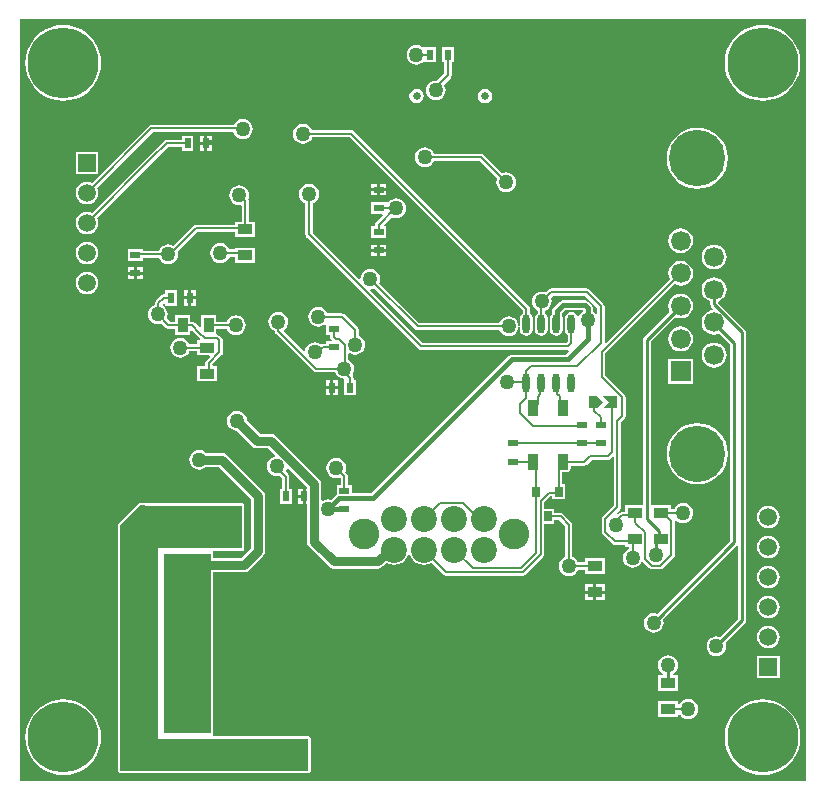
<source format=gbr>
%TF.GenerationSoftware,Altium Limited,Altium Designer,20.2.5 (213)*%
G04 Layer_Physical_Order=2*
G04 Layer_Color=16711680*
%FSLAX44Y44*%
%MOMM*%
%TF.SameCoordinates,3FE501F2-1E46-4B48-ABA6-5278C61F2325*%
%TF.FilePolarity,Positive*%
%TF.FileFunction,Copper,L2,Bot,Signal*%
%TF.Part,Single*%
G01*
G75*
%TA.AperFunction,SMDPad,CuDef*%
%ADD15R,0.6000X0.9000*%
%ADD18O,0.6500X1.6000*%
G04:AMPARAMS|DCode=19|XSize=1.35mm|YSize=0.9mm|CornerRadius=0.09mm|HoleSize=0mm|Usage=FLASHONLY|Rotation=270.000|XOffset=0mm|YOffset=0mm|HoleType=Round|Shape=RoundedRectangle|*
%AMROUNDEDRECTD19*
21,1,1.3500,0.7200,0,0,270.0*
21,1,1.1700,0.9000,0,0,270.0*
1,1,0.1800,-0.3600,-0.5850*
1,1,0.1800,-0.3600,0.5850*
1,1,0.1800,0.3600,0.5850*
1,1,0.1800,0.3600,-0.5850*
%
%ADD19ROUNDEDRECTD19*%
%ADD20R,0.9000X0.6000*%
%ADD21R,0.7000X0.9000*%
%ADD22R,0.1000X0.1000*%
%ADD23R,1.3000X0.9000*%
%ADD31R,2.5000X2.3000*%
%ADD32R,1.1000X1.7000*%
%TA.AperFunction,Conductor*%
%ADD38C,0.2000*%
%ADD39C,0.4000*%
%ADD40C,0.8000*%
%ADD42C,0.2540*%
%TA.AperFunction,ComponentPad*%
%ADD49C,0.6500*%
%ADD50C,1.5000*%
%ADD51R,1.5000X1.5000*%
%ADD52C,2.6000*%
%ADD53C,2.2000*%
%ADD54R,1.6900X1.6900*%
%ADD55C,1.6900*%
%ADD56C,4.7600*%
%TA.AperFunction,ViaPad*%
%ADD57C,6.0000*%
%ADD58C,1.2700*%
%ADD59C,0.8000*%
%TA.AperFunction,SMDPad,CuDef*%
%ADD60R,0.9000X1.3000*%
%TA.AperFunction,Conductor*%
%ADD61R,15.9500X2.7000*%
%ADD62R,8.1750X3.6750*%
G36*
X668941Y3059D02*
X3059D01*
X3059Y647941D01*
X668941D01*
Y3059D01*
D02*
G37*
%LPC*%
G36*
X339000Y626422D02*
X336820Y626135D01*
X334789Y625294D01*
X333045Y623955D01*
X331706Y622211D01*
X330865Y620180D01*
X330578Y618000D01*
X330865Y615820D01*
X331706Y613789D01*
X333045Y612045D01*
X334789Y610706D01*
X336820Y609865D01*
X339000Y609578D01*
X341180Y609865D01*
X343211Y610706D01*
X344006Y611316D01*
X345200Y611500D01*
X345200Y611500D01*
X345200Y611500D01*
X355200D01*
Y624500D01*
X345200D01*
X345200Y624500D01*
Y624500D01*
X344006Y624684D01*
X343211Y625294D01*
X341180Y626135D01*
X339000Y626422D01*
D02*
G37*
G36*
X370800Y624500D02*
X360800D01*
Y611500D01*
X362741D01*
Y602067D01*
X356590Y595915D01*
X355400Y596072D01*
X353220Y595785D01*
X351189Y594944D01*
X349445Y593605D01*
X348106Y591861D01*
X347265Y589830D01*
X346978Y587650D01*
X347265Y585470D01*
X348106Y583439D01*
X349445Y581695D01*
X351189Y580356D01*
X353220Y579515D01*
X355400Y579228D01*
X357580Y579515D01*
X359611Y580356D01*
X361355Y581695D01*
X362694Y583439D01*
X363535Y585470D01*
X363822Y587650D01*
X363535Y589830D01*
X362694Y591861D01*
X362039Y592714D01*
X367963Y598637D01*
X367963Y598637D01*
X368626Y599629D01*
X368859Y600800D01*
Y611500D01*
X370800D01*
Y624500D01*
D02*
G37*
G36*
X632000Y643099D02*
X626979Y642704D01*
X622081Y641528D01*
X617427Y639600D01*
X613133Y636969D01*
X609303Y633697D01*
X606031Y629867D01*
X603400Y625573D01*
X601472Y620919D01*
X600296Y616021D01*
X599901Y611000D01*
X600296Y605979D01*
X601472Y601081D01*
X603400Y596427D01*
X606031Y592133D01*
X609303Y588303D01*
X613133Y585031D01*
X617427Y582400D01*
X622081Y580472D01*
X626979Y579296D01*
X632000Y578901D01*
X637021Y579296D01*
X641919Y580472D01*
X646573Y582400D01*
X650867Y585031D01*
X654697Y588303D01*
X657969Y592133D01*
X660600Y596427D01*
X662528Y601081D01*
X663704Y605979D01*
X664099Y611000D01*
X663704Y616021D01*
X662528Y620919D01*
X660600Y625573D01*
X657969Y629867D01*
X654697Y633697D01*
X650867Y636969D01*
X646573Y639600D01*
X641919Y641528D01*
X637021Y642704D01*
X632000Y643099D01*
D02*
G37*
G36*
X40000D02*
X34979Y642704D01*
X30081Y641528D01*
X25427Y639600D01*
X21133Y636969D01*
X17303Y633697D01*
X14031Y629867D01*
X11400Y625573D01*
X9472Y620919D01*
X8296Y616021D01*
X7901Y611000D01*
X8296Y605979D01*
X9472Y601081D01*
X11400Y596427D01*
X14031Y592133D01*
X17303Y588303D01*
X21133Y585031D01*
X25427Y582400D01*
X30081Y580472D01*
X34979Y579296D01*
X40000Y578901D01*
X45021Y579296D01*
X49919Y580472D01*
X54573Y582400D01*
X58867Y585031D01*
X62697Y588303D01*
X65968Y592133D01*
X68600Y596427D01*
X70528Y601081D01*
X71704Y605979D01*
X72099Y611000D01*
X71704Y616021D01*
X70528Y620919D01*
X68600Y625573D01*
X65968Y629867D01*
X62697Y633697D01*
X58867Y636969D01*
X54573Y639600D01*
X49919Y641528D01*
X45021Y642704D01*
X40000Y643099D01*
D02*
G37*
G36*
X397000Y589118D02*
X394659Y588652D01*
X392674Y587326D01*
X391348Y585341D01*
X390882Y583000D01*
X391348Y580659D01*
X392674Y578674D01*
X394659Y577348D01*
X397000Y576883D01*
X399341Y577348D01*
X401326Y578674D01*
X402652Y580659D01*
X403117Y583000D01*
X402652Y585341D01*
X401326Y587326D01*
X399341Y588652D01*
X397000Y589118D01*
D02*
G37*
G36*
X339200D02*
X336859Y588652D01*
X334874Y587326D01*
X333548Y585341D01*
X333083Y583000D01*
X333548Y580659D01*
X334874Y578674D01*
X336859Y577348D01*
X339200Y576883D01*
X341541Y577348D01*
X343526Y578674D01*
X344852Y580659D01*
X345317Y583000D01*
X344852Y585341D01*
X343526Y587326D01*
X341541Y588652D01*
X339200Y589118D01*
D02*
G37*
G36*
X192000Y563524D02*
X189820Y563237D01*
X187789Y562396D01*
X186045Y561057D01*
X184706Y559313D01*
X184436Y558660D01*
X114601D01*
X113431Y558427D01*
X112438Y557764D01*
X112438Y557764D01*
X64212Y509538D01*
X62480Y510255D01*
X60000Y510582D01*
X57520Y510255D01*
X55209Y509298D01*
X53225Y507775D01*
X51702Y505791D01*
X50745Y503480D01*
X50418Y501000D01*
X50745Y498520D01*
X51702Y496209D01*
X53225Y494225D01*
X55209Y492702D01*
X57520Y491744D01*
X60000Y491418D01*
X62480Y491744D01*
X64791Y492702D01*
X66775Y494225D01*
X68298Y496209D01*
X69255Y498520D01*
X69582Y501000D01*
X69255Y503480D01*
X68538Y505212D01*
X115868Y552543D01*
X184022D01*
X184706Y550891D01*
X186045Y549147D01*
X187789Y547808D01*
X189820Y546967D01*
X192000Y546680D01*
X194180Y546967D01*
X196211Y547808D01*
X197955Y549147D01*
X199294Y550891D01*
X200135Y552922D01*
X200422Y555102D01*
X200135Y557282D01*
X199294Y559313D01*
X197955Y561057D01*
X196211Y562396D01*
X194180Y563237D01*
X192000Y563524D01*
D02*
G37*
G36*
X165800Y549500D02*
X162070D01*
Y544270D01*
X165800D01*
Y549500D01*
D02*
G37*
G36*
X159530D02*
X155800D01*
Y544270D01*
X159530D01*
Y549500D01*
D02*
G37*
G36*
X165800Y541730D02*
X162070D01*
Y536500D01*
X165800D01*
Y541730D01*
D02*
G37*
G36*
X159530D02*
X155800D01*
Y536500D01*
X159530D01*
Y541730D01*
D02*
G37*
G36*
X150200Y549500D02*
X140200D01*
Y546059D01*
X127400D01*
X126229Y545826D01*
X125237Y545163D01*
X112438Y532364D01*
X112438Y532364D01*
X112438Y532364D01*
X64212Y484138D01*
X62480Y484855D01*
X60000Y485182D01*
X57520Y484855D01*
X55209Y483898D01*
X53225Y482375D01*
X51702Y480391D01*
X50745Y478080D01*
X50418Y475600D01*
X50745Y473120D01*
X51702Y470809D01*
X53225Y468825D01*
X55209Y467302D01*
X57520Y466344D01*
X60000Y466018D01*
X62480Y466344D01*
X64791Y467302D01*
X66775Y468825D01*
X68298Y470809D01*
X69255Y473120D01*
X69582Y475600D01*
X69255Y478080D01*
X68538Y479812D01*
X116764Y528038D01*
X116764Y528038D01*
X128667Y539941D01*
X140200D01*
Y536500D01*
X150200D01*
Y549500D01*
D02*
G37*
G36*
X69500Y535900D02*
X50500D01*
Y516900D01*
X69500D01*
Y535900D01*
D02*
G37*
G36*
X313500Y508800D02*
X308270D01*
Y505070D01*
X313500D01*
Y508800D01*
D02*
G37*
G36*
X305730D02*
X300500D01*
Y505070D01*
X305730D01*
Y508800D01*
D02*
G37*
G36*
X576800Y556025D02*
X571742Y555527D01*
X566879Y554051D01*
X562397Y551656D01*
X558468Y548432D01*
X555244Y544503D01*
X552849Y540021D01*
X551373Y535158D01*
X550875Y530100D01*
X551373Y525042D01*
X552849Y520179D01*
X555244Y515697D01*
X558468Y511768D01*
X562397Y508544D01*
X566879Y506148D01*
X571742Y504673D01*
X576800Y504175D01*
X581858Y504673D01*
X586721Y506148D01*
X591203Y508544D01*
X595132Y511768D01*
X598356Y515697D01*
X600751Y520179D01*
X602227Y525042D01*
X602725Y530100D01*
X602227Y535158D01*
X600751Y540021D01*
X598356Y544503D01*
X595132Y548432D01*
X591203Y551656D01*
X586721Y554051D01*
X581858Y555527D01*
X576800Y556025D01*
D02*
G37*
G36*
X346000Y539422D02*
X343820Y539135D01*
X341789Y538294D01*
X340045Y536955D01*
X338706Y535211D01*
X337865Y533180D01*
X337578Y531000D01*
X337865Y528820D01*
X338706Y526789D01*
X340045Y525045D01*
X341789Y523706D01*
X343820Y522865D01*
X346000Y522578D01*
X348180Y522865D01*
X350211Y523706D01*
X351955Y525045D01*
X353294Y526789D01*
X353771Y527941D01*
X392733D01*
X407342Y513332D01*
X406865Y512180D01*
X406578Y510000D01*
X406865Y507820D01*
X407706Y505789D01*
X409045Y504045D01*
X410789Y502706D01*
X412820Y501865D01*
X415000Y501578D01*
X417180Y501865D01*
X419211Y502706D01*
X420955Y504045D01*
X422294Y505789D01*
X423135Y507820D01*
X423422Y510000D01*
X423135Y512180D01*
X422294Y514211D01*
X420955Y515955D01*
X419211Y517294D01*
X417180Y518135D01*
X415000Y518422D01*
X412820Y518135D01*
X411668Y517658D01*
X396163Y533163D01*
X395171Y533826D01*
X394000Y534059D01*
X394000Y534059D01*
X353771D01*
X353294Y535211D01*
X351955Y536955D01*
X350211Y538294D01*
X348180Y539135D01*
X346000Y539422D01*
D02*
G37*
G36*
X313500Y502530D02*
X308270D01*
Y498800D01*
X313500D01*
Y502530D01*
D02*
G37*
G36*
X305730D02*
X300500D01*
Y498800D01*
X305730D01*
Y502530D01*
D02*
G37*
G36*
X322000Y496422D02*
X319820Y496135D01*
X317789Y495294D01*
X316045Y493955D01*
X314770Y492294D01*
X314634Y492289D01*
X313500Y492982D01*
Y493200D01*
X300500D01*
Y483200D01*
X310215D01*
X310701Y482027D01*
X304837Y476163D01*
X304174Y475171D01*
X303941Y474000D01*
X303941Y474000D01*
Y472800D01*
X300500D01*
Y462800D01*
X313500D01*
Y472800D01*
X311785D01*
X311299Y473973D01*
X317961Y480635D01*
X319820Y479865D01*
X322000Y479578D01*
X324180Y479865D01*
X326211Y480706D01*
X327955Y482045D01*
X329294Y483789D01*
X330135Y485820D01*
X330422Y488000D01*
X330135Y490180D01*
X329294Y492211D01*
X327955Y493955D01*
X326211Y495294D01*
X324180Y496135D01*
X322000Y496422D01*
D02*
G37*
G36*
X189000Y507422D02*
X186820Y507135D01*
X184789Y506294D01*
X183045Y504955D01*
X181706Y503211D01*
X180865Y501180D01*
X180578Y499000D01*
X180865Y496820D01*
X181706Y494789D01*
X183045Y493045D01*
X184789Y491706D01*
X186820Y490865D01*
X189000Y490578D01*
X189986Y490708D01*
X190941Y489870D01*
Y476500D01*
X185500D01*
Y474059D01*
X152000D01*
X150829Y473826D01*
X149837Y473163D01*
X133039Y456365D01*
X131180Y457135D01*
X129000Y457422D01*
X126820Y457135D01*
X124789Y456294D01*
X123045Y454955D01*
X121706Y453211D01*
X121229Y452059D01*
X107500D01*
Y453600D01*
X94500D01*
Y443600D01*
X107500D01*
Y445941D01*
X121229D01*
X121706Y444789D01*
X123045Y443045D01*
X124789Y441706D01*
X126820Y440865D01*
X129000Y440578D01*
X131180Y440865D01*
X133211Y441706D01*
X134955Y443045D01*
X136294Y444789D01*
X137135Y446820D01*
X137422Y449000D01*
X137135Y451180D01*
X136951Y451625D01*
X153267Y467941D01*
X185500D01*
Y463500D01*
X202500D01*
Y476500D01*
X197059D01*
Y494000D01*
X196826Y495171D01*
X196595Y495516D01*
X197135Y496820D01*
X197422Y499000D01*
X197135Y501180D01*
X196294Y503211D01*
X194955Y504955D01*
X193211Y506294D01*
X191180Y507135D01*
X189000Y507422D01*
D02*
G37*
G36*
X313500Y457200D02*
X308270D01*
Y453470D01*
X313500D01*
Y457200D01*
D02*
G37*
G36*
X305730D02*
X300500D01*
Y453470D01*
X305730D01*
Y457200D01*
D02*
G37*
G36*
X562600Y471090D02*
X559872Y470731D01*
X557330Y469678D01*
X555147Y468003D01*
X553472Y465820D01*
X552419Y463278D01*
X552060Y460550D01*
X552419Y457822D01*
X553472Y455280D01*
X555147Y453097D01*
X557330Y451422D01*
X559872Y450369D01*
X562600Y450010D01*
X565328Y450369D01*
X567870Y451422D01*
X570053Y453097D01*
X571728Y455280D01*
X572781Y457822D01*
X573140Y460550D01*
X572781Y463278D01*
X571728Y465820D01*
X570053Y468003D01*
X567870Y469678D01*
X565328Y470731D01*
X562600Y471090D01*
D02*
G37*
G36*
X313500Y450930D02*
X308270D01*
Y447200D01*
X313500D01*
Y450930D01*
D02*
G37*
G36*
X305730D02*
X300500D01*
Y447200D01*
X305730D01*
Y450930D01*
D02*
G37*
G36*
X173000Y458422D02*
X170820Y458135D01*
X168789Y457294D01*
X167045Y455955D01*
X165706Y454211D01*
X164865Y452180D01*
X164578Y450000D01*
X164865Y447820D01*
X165706Y445789D01*
X167045Y444045D01*
X168789Y442706D01*
X170820Y441865D01*
X173000Y441578D01*
X175180Y441865D01*
X177211Y442706D01*
X178955Y444045D01*
X180294Y445789D01*
X180771Y446941D01*
X185500D01*
Y441500D01*
X202500D01*
Y454500D01*
X185500D01*
Y453059D01*
X180771D01*
X180294Y454211D01*
X178955Y455955D01*
X177211Y457294D01*
X175180Y458135D01*
X173000Y458422D01*
D02*
G37*
G36*
X60000Y459782D02*
X57520Y459455D01*
X55209Y458498D01*
X53225Y456975D01*
X51702Y454991D01*
X50745Y452680D01*
X50418Y450200D01*
X50745Y447720D01*
X51702Y445409D01*
X53225Y443424D01*
X55209Y441902D01*
X57520Y440945D01*
X60000Y440618D01*
X62480Y440945D01*
X64791Y441902D01*
X66775Y443424D01*
X68298Y445409D01*
X69255Y447720D01*
X69582Y450200D01*
X69255Y452680D01*
X68298Y454991D01*
X66775Y456975D01*
X64791Y458498D01*
X62480Y459455D01*
X60000Y459782D01*
D02*
G37*
G36*
X591000Y457240D02*
X588272Y456881D01*
X585730Y455828D01*
X583547Y454153D01*
X581872Y451970D01*
X580819Y449428D01*
X580460Y446700D01*
X580819Y443972D01*
X581872Y441430D01*
X583547Y439247D01*
X585730Y437572D01*
X588272Y436519D01*
X591000Y436160D01*
X593728Y436519D01*
X596270Y437572D01*
X598453Y439247D01*
X600128Y441430D01*
X601181Y443972D01*
X601540Y446700D01*
X601181Y449428D01*
X600128Y451970D01*
X598453Y454153D01*
X596270Y455828D01*
X593728Y456881D01*
X591000Y457240D01*
D02*
G37*
G36*
X107500Y438000D02*
X102270D01*
Y434270D01*
X107500D01*
Y438000D01*
D02*
G37*
G36*
X99730D02*
X94500D01*
Y434270D01*
X99730D01*
Y438000D01*
D02*
G37*
G36*
X107500Y431730D02*
X102270D01*
Y428000D01*
X107500D01*
Y431730D01*
D02*
G37*
G36*
X99730D02*
X94500D01*
Y428000D01*
X99730D01*
Y431730D01*
D02*
G37*
G36*
X60000Y434382D02*
X57520Y434055D01*
X55209Y433098D01*
X53225Y431575D01*
X51702Y429591D01*
X50745Y427280D01*
X50418Y424800D01*
X50745Y422320D01*
X51702Y420009D01*
X53225Y418024D01*
X55209Y416502D01*
X57520Y415545D01*
X60000Y415218D01*
X62480Y415545D01*
X64791Y416502D01*
X66775Y418024D01*
X68298Y420009D01*
X69255Y422320D01*
X69582Y424800D01*
X69255Y427280D01*
X68298Y429591D01*
X66775Y431575D01*
X64791Y433098D01*
X62480Y434055D01*
X60000Y434382D01*
D02*
G37*
G36*
X152000Y418500D02*
X148270D01*
Y413270D01*
X152000D01*
Y418500D01*
D02*
G37*
G36*
X145730D02*
X142000D01*
Y413270D01*
X145730D01*
Y418500D01*
D02*
G37*
G36*
X152000Y410730D02*
X148270D01*
Y405500D01*
X152000D01*
Y410730D01*
D02*
G37*
G36*
X145730D02*
X142000D01*
Y405500D01*
X145730D01*
Y410730D01*
D02*
G37*
G36*
X136400Y418500D02*
X126400D01*
Y415059D01*
X125000D01*
X123829Y414826D01*
X122837Y414163D01*
X122837Y414163D01*
X118187Y409513D01*
X117524Y408521D01*
X117291Y407350D01*
X117291Y407350D01*
Y405916D01*
X115789Y405294D01*
X114045Y403955D01*
X112706Y402211D01*
X111865Y400180D01*
X111578Y398000D01*
X111865Y395820D01*
X112706Y393789D01*
X114045Y392045D01*
X115789Y390706D01*
X117820Y389865D01*
X120000Y389578D01*
X122180Y389865D01*
X123332Y390342D01*
X126837Y386837D01*
X126837Y386837D01*
X127829Y386174D01*
X129000Y385941D01*
X134500D01*
Y380500D01*
X147500D01*
Y384378D01*
X148770Y384904D01*
X152755Y380920D01*
X153121Y380371D01*
X155819Y377673D01*
X155333Y376500D01*
X153500D01*
Y373059D01*
X146771D01*
X146294Y374211D01*
X144955Y375955D01*
X143211Y377294D01*
X141180Y378135D01*
X139000Y378422D01*
X136820Y378135D01*
X134789Y377294D01*
X133045Y375955D01*
X131706Y374211D01*
X130865Y372180D01*
X130578Y370000D01*
X130865Y367820D01*
X131706Y365789D01*
X133045Y364045D01*
X134789Y362706D01*
X136820Y361865D01*
X139000Y361578D01*
X141180Y361865D01*
X143211Y362706D01*
X144955Y364045D01*
X146294Y365789D01*
X146771Y366941D01*
X153500D01*
Y363500D01*
X163697D01*
X164183Y362327D01*
X160837Y358981D01*
X160174Y357989D01*
X159941Y356818D01*
X159941Y356818D01*
Y354500D01*
X153500D01*
Y341500D01*
X170500D01*
Y354500D01*
X166588D01*
X166278Y355770D01*
X174163Y363655D01*
X174163Y363655D01*
X174826Y364647D01*
X175059Y365818D01*
X175059Y365818D01*
Y376000D01*
X174826Y377170D01*
X174163Y378163D01*
X172163Y380163D01*
X171171Y380826D01*
X170000Y381059D01*
X169500Y382136D01*
Y385941D01*
X178229D01*
X178706Y384789D01*
X180045Y383045D01*
X181789Y381706D01*
X183820Y380865D01*
X186000Y380578D01*
X188180Y380865D01*
X190211Y381706D01*
X191955Y383045D01*
X193294Y384789D01*
X194135Y386820D01*
X194422Y389000D01*
X194135Y391180D01*
X193294Y393211D01*
X191955Y394955D01*
X190211Y396294D01*
X188180Y397135D01*
X186000Y397422D01*
X183820Y397135D01*
X181789Y396294D01*
X180045Y394955D01*
X178706Y393211D01*
X178229Y392059D01*
X169500D01*
Y397500D01*
X156500D01*
Y387485D01*
X155327Y386999D01*
X151163Y391163D01*
X150170Y391826D01*
X149000Y392059D01*
X149000Y392059D01*
X147500D01*
Y397500D01*
X134500D01*
Y392059D01*
X130267D01*
X127658Y394668D01*
X128135Y395820D01*
X128422Y398000D01*
X128135Y400180D01*
X127294Y402211D01*
X125955Y403955D01*
X124327Y405205D01*
X124198Y405419D01*
X124058Y406732D01*
X125130Y407804D01*
X126400Y407278D01*
Y405500D01*
X136400D01*
Y418500D01*
D02*
G37*
G36*
X243000Y559422D02*
X240820Y559135D01*
X238789Y558294D01*
X237045Y556955D01*
X235706Y555211D01*
X234865Y553180D01*
X234578Y551000D01*
X234865Y548820D01*
X235706Y546789D01*
X237045Y545045D01*
X238789Y543706D01*
X240820Y542865D01*
X243000Y542578D01*
X245180Y542865D01*
X247211Y543706D01*
X248955Y545045D01*
X250294Y546789D01*
X250771Y547941D01*
X282733D01*
X428943Y401731D01*
Y399026D01*
X428217Y398541D01*
X427056Y396805D01*
X426649Y394756D01*
Y388412D01*
X425379Y388329D01*
X425305Y388885D01*
X425135Y390180D01*
X424294Y392211D01*
X422955Y393955D01*
X421211Y395294D01*
X419180Y396135D01*
X417000Y396422D01*
X414820Y396135D01*
X412789Y395294D01*
X411045Y393955D01*
X409706Y392211D01*
X409229Y391059D01*
X341267D01*
X307658Y424668D01*
X308135Y425820D01*
X308422Y428000D01*
X308135Y430180D01*
X307294Y432211D01*
X305955Y433955D01*
X304211Y435294D01*
X302180Y436135D01*
X300000Y436422D01*
X297820Y436135D01*
X295789Y435294D01*
X294045Y433955D01*
X292706Y432211D01*
X291865Y430180D01*
X291641Y428481D01*
X290377Y427949D01*
X251059Y467267D01*
Y492229D01*
X252211Y492706D01*
X253955Y494045D01*
X255294Y495789D01*
X256135Y497820D01*
X256422Y500000D01*
X256135Y502180D01*
X255294Y504211D01*
X253955Y505955D01*
X252211Y507294D01*
X250180Y508135D01*
X248000Y508422D01*
X245820Y508135D01*
X243789Y507294D01*
X242045Y505955D01*
X240706Y504211D01*
X239865Y502180D01*
X239578Y500000D01*
X239865Y497820D01*
X240706Y495789D01*
X242045Y494045D01*
X243789Y492706D01*
X244941Y492229D01*
Y466000D01*
X244941Y466000D01*
X245174Y464829D01*
X245837Y463837D01*
X340837Y368837D01*
X340837Y368837D01*
X341829Y368174D01*
X343000Y367941D01*
X343000Y367941D01*
X467000D01*
X467000Y367941D01*
X467471Y368035D01*
X468097Y366865D01*
X465311Y364078D01*
X420000D01*
X420000Y364078D01*
X418439Y363768D01*
X417116Y362884D01*
X417116Y362884D01*
X300861Y246628D01*
X284500D01*
Y253800D01*
X281059D01*
Y261000D01*
X281059Y261000D01*
X280826Y262171D01*
X280163Y263163D01*
X280163Y263163D01*
X278658Y264668D01*
X279135Y265820D01*
X279422Y268000D01*
X279135Y270180D01*
X278294Y272211D01*
X276955Y273955D01*
X275211Y275294D01*
X273180Y276135D01*
X271000Y276422D01*
X268820Y276135D01*
X266789Y275294D01*
X265045Y273955D01*
X263706Y272211D01*
X262865Y270180D01*
X262578Y268000D01*
X262865Y265820D01*
X263706Y263789D01*
X265045Y262045D01*
X266789Y260706D01*
X268820Y259865D01*
X271000Y259578D01*
X273180Y259865D01*
X273839Y260138D01*
X274941Y259292D01*
Y253800D01*
X271500D01*
Y245991D01*
X270666Y245434D01*
X266312Y241080D01*
X266180Y241135D01*
X264000Y241422D01*
X261820Y241135D01*
X259789Y240294D01*
X259657Y240192D01*
X258517Y240754D01*
Y254600D01*
X258052Y256941D01*
X256726Y258926D01*
X220326Y295326D01*
X218341Y296652D01*
X216000Y297118D01*
X206534D01*
X195387Y308264D01*
X195135Y310180D01*
X194294Y312211D01*
X192955Y313955D01*
X191211Y315294D01*
X189180Y316135D01*
X187000Y316422D01*
X184820Y316135D01*
X182789Y315294D01*
X181045Y313955D01*
X179706Y312211D01*
X178865Y310180D01*
X178578Y308000D01*
X178865Y305820D01*
X179706Y303789D01*
X181045Y302045D01*
X182789Y300706D01*
X184820Y299865D01*
X186736Y299613D01*
X199674Y286674D01*
X201659Y285348D01*
X204000Y284883D01*
X213466D01*
X219389Y278960D01*
X218981Y277757D01*
X218815Y277735D01*
X216784Y276894D01*
X215040Y275555D01*
X213701Y273811D01*
X212860Y271780D01*
X212573Y269600D01*
X212860Y267420D01*
X213701Y265389D01*
X215040Y263645D01*
X216784Y262306D01*
X218815Y261465D01*
X220995Y261178D01*
X223175Y261465D01*
X223199Y261475D01*
X225341Y259333D01*
Y250500D01*
X223400D01*
Y237500D01*
X233400D01*
Y250500D01*
X231459D01*
Y260600D01*
X231226Y261770D01*
X230563Y262763D01*
X228136Y265190D01*
X228289Y265389D01*
X229130Y267420D01*
X229152Y267586D01*
X230355Y267994D01*
X246282Y252066D01*
Y250500D01*
X245270D01*
Y244000D01*
Y237500D01*
X246282D01*
Y205600D01*
X246748Y203259D01*
X248074Y201274D01*
X264674Y184674D01*
X266659Y183348D01*
X269000Y182882D01*
X306212D01*
X308553Y183348D01*
X310537Y184674D01*
X313489Y187626D01*
X316606Y186335D01*
X320000Y185888D01*
X323394Y186335D01*
X326556Y187645D01*
X329272Y189728D01*
X331355Y192444D01*
X332012Y194029D01*
X333387D01*
X334043Y192444D01*
X336127Y189728D01*
X338843Y187645D01*
X342005Y186335D01*
X345399Y185888D01*
X348792Y186335D01*
X351955Y187645D01*
X352223Y187850D01*
X362236Y177837D01*
X362236Y177837D01*
X363228Y177174D01*
X364399Y176941D01*
X364399Y176941D01*
X429000D01*
X429000Y176941D01*
X430171Y177174D01*
X431163Y177837D01*
X446413Y193087D01*
X447076Y194079D01*
X447309Y195250D01*
X447309Y195250D01*
Y220500D01*
X455500D01*
Y223941D01*
X459733D01*
X464941Y218733D01*
Y192771D01*
X463789Y192294D01*
X462045Y190955D01*
X460706Y189211D01*
X459865Y187180D01*
X459578Y185000D01*
X459865Y182820D01*
X460706Y180789D01*
X462045Y179045D01*
X463789Y177706D01*
X465820Y176865D01*
X468000Y176578D01*
X470180Y176865D01*
X472211Y177706D01*
X473955Y179045D01*
X475294Y180789D01*
X475771Y181941D01*
X481500D01*
Y178500D01*
X498500D01*
Y191500D01*
X481500D01*
Y188059D01*
X475771D01*
X475294Y189211D01*
X473955Y190955D01*
X472211Y192294D01*
X471059Y192771D01*
Y220000D01*
X470826Y221171D01*
X470163Y222163D01*
X463163Y229163D01*
X462170Y229826D01*
X461000Y230059D01*
X461000Y230059D01*
X455500D01*
Y233500D01*
X447309D01*
Y238983D01*
X452267Y243941D01*
X454000D01*
Y241500D01*
X465000D01*
Y254500D01*
X462559D01*
Y264693D01*
X466600D01*
X467732Y264918D01*
X468691Y265559D01*
X469332Y266518D01*
X469557Y267650D01*
Y269941D01*
X481000D01*
X481000Y269941D01*
X482170Y270174D01*
X483163Y270837D01*
X487267Y274941D01*
X501000D01*
X501000Y274941D01*
X502170Y275174D01*
X503163Y275837D01*
X504768Y277442D01*
X505941Y276956D01*
Y236267D01*
X496837Y227163D01*
X496174Y226171D01*
X495941Y225000D01*
X495941Y225000D01*
Y214088D01*
X495941Y214088D01*
X496174Y212917D01*
X496837Y211925D01*
X504925Y203837D01*
X504925Y203837D01*
X505917Y203174D01*
X507088Y202941D01*
X515500D01*
Y201500D01*
X518941D01*
Y199771D01*
X517789Y199294D01*
X516045Y197955D01*
X514706Y196211D01*
X513865Y194180D01*
X513578Y192000D01*
X513865Y189820D01*
X514706Y187789D01*
X516045Y186045D01*
X517789Y184706D01*
X519820Y183865D01*
X522000Y183578D01*
X524180Y183865D01*
X526211Y184706D01*
X527955Y186045D01*
X529294Y187789D01*
X529540Y188383D01*
X530976Y188531D01*
X536272Y183235D01*
X537264Y182572D01*
X538434Y182340D01*
X545559D01*
X545559Y182340D01*
X546729Y182572D01*
X547722Y183235D01*
X556913Y192427D01*
X557576Y193419D01*
X557809Y194590D01*
X557809Y194590D01*
Y223250D01*
X557809Y223250D01*
X557723Y223681D01*
X558911Y224219D01*
X559045Y224045D01*
X560789Y222706D01*
X562820Y221865D01*
X565000Y221578D01*
X567180Y221865D01*
X569211Y222706D01*
X570955Y224045D01*
X572294Y225789D01*
X573135Y227820D01*
X573422Y230000D01*
X573135Y232180D01*
X572294Y234211D01*
X570955Y235955D01*
X569211Y237294D01*
X567180Y238135D01*
X565000Y238422D01*
X562820Y238135D01*
X560789Y237294D01*
X559045Y235955D01*
X557706Y234211D01*
X557229Y233059D01*
X554500D01*
Y236500D01*
X537500D01*
X537354Y237710D01*
Y293990D01*
X537334Y294091D01*
Y375169D01*
X557936Y395771D01*
X559872Y394969D01*
X562600Y394610D01*
X565328Y394969D01*
X567870Y396022D01*
X570053Y397697D01*
X571728Y399880D01*
X572781Y402422D01*
X573140Y405150D01*
X572781Y407878D01*
X571728Y410420D01*
X570053Y412603D01*
X567870Y414278D01*
X565328Y415331D01*
X562600Y415690D01*
X559872Y415331D01*
X557330Y414278D01*
X555147Y412603D01*
X553472Y410420D01*
X552419Y407878D01*
X552060Y405150D01*
X552419Y402422D01*
X553221Y400486D01*
X531642Y378908D01*
X530920Y377826D01*
X530666Y376550D01*
Y294010D01*
X530686Y293909D01*
Y236500D01*
X515500D01*
Y231059D01*
X513250D01*
X513250Y231059D01*
X512079Y230826D01*
X511087Y230163D01*
X509636Y228712D01*
X508970Y228848D01*
X508555Y230229D01*
X511163Y232837D01*
X511163Y232837D01*
X511826Y233829D01*
X512059Y235000D01*
Y306905D01*
X515163Y310009D01*
X515163Y310009D01*
X515826Y311001D01*
X516059Y312172D01*
Y327762D01*
X515826Y328933D01*
X515163Y329925D01*
X515163Y329925D01*
X499059Y346029D01*
Y364983D01*
X557661Y423585D01*
X559872Y422669D01*
X562600Y422310D01*
X565328Y422669D01*
X567870Y423722D01*
X570053Y425397D01*
X571728Y427580D01*
X572781Y430122D01*
X573140Y432850D01*
X572781Y435578D01*
X571728Y438120D01*
X570053Y440303D01*
X567870Y441978D01*
X565328Y443031D01*
X562600Y443390D01*
X559872Y443031D01*
X557330Y441978D01*
X555147Y440303D01*
X553472Y438120D01*
X552419Y435578D01*
X552060Y432850D01*
X552419Y430122D01*
X553335Y427911D01*
X499455Y374030D01*
X499368Y374040D01*
X498230Y374602D01*
Y404828D01*
X497998Y405999D01*
X497334Y406991D01*
X497334Y406991D01*
X485163Y419163D01*
X484170Y419826D01*
X483000Y420059D01*
X483000Y420059D01*
X453000D01*
X453000Y420059D01*
X451829Y419826D01*
X450837Y419163D01*
X450837Y419163D01*
X448332Y416658D01*
X447180Y417135D01*
X445000Y417422D01*
X442820Y417135D01*
X440789Y416294D01*
X439045Y414955D01*
X437706Y413211D01*
X436865Y411180D01*
X436578Y409000D01*
X436865Y406820D01*
X437706Y404789D01*
X439045Y403045D01*
X440789Y401706D01*
X441643Y401353D01*
Y399026D01*
X440916Y398541D01*
X439756Y396805D01*
X439349Y394756D01*
Y385256D01*
X439756Y383208D01*
X440916Y381471D01*
X442653Y380311D01*
X444701Y379903D01*
X446750Y380311D01*
X448487Y381471D01*
X449647Y383208D01*
X450054Y385256D01*
Y394756D01*
X449647Y396805D01*
X448487Y398541D01*
X447760Y399026D01*
Y401105D01*
X449211Y401706D01*
X450955Y403045D01*
X452294Y404789D01*
X453135Y406820D01*
X453422Y409000D01*
X453135Y411180D01*
X452658Y412332D01*
X454267Y413941D01*
X481733D01*
X492113Y403561D01*
Y398230D01*
X490843Y397799D01*
X489955Y398955D01*
X488211Y400294D01*
X488078Y400349D01*
Y403657D01*
X487768Y405218D01*
X486884Y406541D01*
X486884Y406541D01*
X484541Y408884D01*
X483218Y409768D01*
X481657Y410078D01*
X481657Y410078D01*
X463000D01*
X463000Y410078D01*
X461439Y409768D01*
X460116Y408884D01*
X460116Y408884D01*
X454996Y403764D01*
X454112Y402441D01*
X453801Y400880D01*
X453801Y400880D01*
Y398665D01*
X453616Y398541D01*
X452456Y396805D01*
X452049Y394756D01*
Y385256D01*
X452456Y383208D01*
X453616Y381471D01*
X455353Y380311D01*
X457402Y379903D01*
X459450Y380311D01*
X461187Y381471D01*
X462347Y383208D01*
X462754Y385256D01*
Y394756D01*
X462347Y396805D01*
X461958Y397386D01*
Y399191D01*
X464689Y401922D01*
X479922D01*
Y400349D01*
X479789Y400294D01*
X478045Y398955D01*
X476706Y397211D01*
X476405Y396485D01*
X475085Y396615D01*
X475047Y396805D01*
X473887Y398541D01*
X472150Y399702D01*
X470102Y400109D01*
X468053Y399702D01*
X466316Y398541D01*
X465156Y396805D01*
X464749Y394756D01*
Y385256D01*
X465156Y383208D01*
X466316Y381471D01*
X467043Y380986D01*
Y375368D01*
X465733Y374059D01*
X344267D01*
X299949Y418377D01*
X300481Y419641D01*
X302180Y419865D01*
X303332Y420342D01*
X337837Y385837D01*
X337837Y385837D01*
X338829Y385174D01*
X340000Y384941D01*
X340000Y384941D01*
X409229D01*
X409706Y383789D01*
X411045Y382045D01*
X412789Y380706D01*
X414820Y379865D01*
X417000Y379578D01*
X419180Y379865D01*
X421211Y380706D01*
X422955Y382045D01*
X424294Y383789D01*
X425135Y385820D01*
X425305Y387115D01*
X425379Y387671D01*
X426649Y387588D01*
Y385256D01*
X427056Y383208D01*
X428217Y381471D01*
X429953Y380311D01*
X432001Y379903D01*
X434050Y380311D01*
X435787Y381471D01*
X436947Y383208D01*
X437354Y385256D01*
Y394756D01*
X436947Y396805D01*
X435787Y398541D01*
X435060Y399026D01*
Y402998D01*
X434827Y404169D01*
X434164Y405161D01*
X434164Y405161D01*
X286163Y553163D01*
X285170Y553826D01*
X284000Y554059D01*
X284000Y554059D01*
X250771D01*
X250294Y555211D01*
X248955Y556955D01*
X247211Y558294D01*
X245180Y559135D01*
X243000Y559422D01*
D02*
G37*
G36*
X256000Y404422D02*
X253820Y404135D01*
X251789Y403294D01*
X250045Y401955D01*
X248706Y400211D01*
X247865Y398180D01*
X247578Y396000D01*
X247865Y393820D01*
X248706Y391789D01*
X250045Y390045D01*
X251789Y388706D01*
X253820Y387865D01*
X256000Y387578D01*
X258180Y387865D01*
X260211Y388706D01*
X261230Y389488D01*
X262500Y388862D01*
Y380800D01*
X265941D01*
Y379000D01*
X265941Y379000D01*
X266174Y377829D01*
X266837Y376837D01*
X267301Y376373D01*
X266815Y375200D01*
X262500D01*
Y373259D01*
X260095D01*
X258925Y373026D01*
X258318Y372621D01*
X257311Y373394D01*
X255280Y374235D01*
X253100Y374522D01*
X250920Y374235D01*
X248889Y373394D01*
X247145Y372055D01*
X245806Y370311D01*
X244965Y368280D01*
X244834Y367287D01*
X243493Y366832D01*
X226702Y383623D01*
X226893Y385229D01*
X227955Y386045D01*
X229294Y387789D01*
X230135Y389820D01*
X230422Y392000D01*
X230135Y394180D01*
X229294Y396211D01*
X227955Y397955D01*
X226211Y399294D01*
X224180Y400135D01*
X222000Y400422D01*
X219820Y400135D01*
X217789Y399294D01*
X216045Y397955D01*
X214706Y396211D01*
X213865Y394180D01*
X213578Y392000D01*
X213865Y389820D01*
X214706Y387789D01*
X216045Y386045D01*
X217789Y384706D01*
X219120Y384155D01*
Y383822D01*
X219120Y383822D01*
X219352Y382651D01*
X220016Y381659D01*
X251837Y349837D01*
X251837Y349837D01*
X252829Y349174D01*
X254000Y348941D01*
X254000Y348941D01*
X270229D01*
X270706Y347789D01*
X272045Y346045D01*
X273789Y344706D01*
X275820Y343865D01*
X277496Y343644D01*
X277800Y342500D01*
X277800Y342500D01*
X277800D01*
X277800Y342500D01*
Y329500D01*
X287800D01*
Y342500D01*
X285859D01*
Y344304D01*
X285859Y344305D01*
X285626Y345475D01*
X284963Y346468D01*
X284576Y346854D01*
X285294Y347789D01*
X286135Y349820D01*
X286422Y352000D01*
X286135Y354180D01*
X285294Y356211D01*
X283955Y357955D01*
X282211Y359294D01*
X281459Y359605D01*
Y364691D01*
X282598Y365253D01*
X282789Y365106D01*
X284820Y364265D01*
X287000Y363978D01*
X289180Y364265D01*
X291211Y365106D01*
X292955Y366445D01*
X294294Y368189D01*
X295135Y370220D01*
X295422Y372400D01*
X295135Y374580D01*
X294294Y376611D01*
X292955Y378355D01*
X291211Y379694D01*
X290059Y380171D01*
Y385000D01*
X290059Y385000D01*
X289826Y386171D01*
X289163Y387163D01*
X278163Y398163D01*
X277171Y398826D01*
X276000Y399059D01*
X276000Y399059D01*
X263771D01*
X263294Y400211D01*
X261955Y401955D01*
X260211Y403294D01*
X258180Y404135D01*
X256000Y404422D01*
D02*
G37*
G36*
X562600Y387990D02*
X559872Y387631D01*
X557330Y386578D01*
X555147Y384903D01*
X553472Y382720D01*
X552419Y380178D01*
X552060Y377450D01*
X552419Y374722D01*
X553472Y372180D01*
X555147Y369997D01*
X557330Y368322D01*
X559872Y367269D01*
X562600Y366910D01*
X565328Y367269D01*
X567870Y368322D01*
X570053Y369997D01*
X571728Y372180D01*
X572781Y374722D01*
X573140Y377450D01*
X572781Y380178D01*
X571728Y382720D01*
X570053Y384903D01*
X567870Y386578D01*
X565328Y387631D01*
X562600Y387990D01*
D02*
G37*
G36*
X591000Y374140D02*
X588272Y373781D01*
X585730Y372728D01*
X583547Y371053D01*
X581872Y368870D01*
X580819Y366328D01*
X580460Y363600D01*
X580819Y360872D01*
X581872Y358330D01*
X583547Y356147D01*
X585730Y354472D01*
X588272Y353419D01*
X591000Y353060D01*
X593728Y353419D01*
X596270Y354472D01*
X598453Y356147D01*
X600128Y358330D01*
X601181Y360872D01*
X601540Y363600D01*
X601181Y366328D01*
X600128Y368870D01*
X598453Y371053D01*
X596270Y372728D01*
X593728Y373781D01*
X591000Y374140D01*
D02*
G37*
G36*
X573050Y360200D02*
X552150D01*
Y339300D01*
X573050D01*
Y360200D01*
D02*
G37*
G36*
X272200Y342500D02*
X268470D01*
Y337270D01*
X272200D01*
Y342500D01*
D02*
G37*
G36*
X265930D02*
X262200D01*
Y337270D01*
X265930D01*
Y342500D01*
D02*
G37*
G36*
X272200Y334730D02*
X268470D01*
Y329500D01*
X272200D01*
Y334730D01*
D02*
G37*
G36*
X265930D02*
X262200D01*
Y329500D01*
X265930D01*
Y334730D01*
D02*
G37*
G36*
X576800Y306125D02*
X571742Y305627D01*
X566879Y304151D01*
X562397Y301756D01*
X558468Y298532D01*
X555244Y294603D01*
X552849Y290121D01*
X551373Y285258D01*
X550875Y280200D01*
X551373Y275142D01*
X552849Y270279D01*
X555244Y265797D01*
X558468Y261868D01*
X562397Y258644D01*
X566879Y256248D01*
X571742Y254773D01*
X576800Y254275D01*
X581858Y254773D01*
X586721Y256248D01*
X591203Y258644D01*
X595132Y261868D01*
X598356Y265797D01*
X600751Y270279D01*
X602227Y275142D01*
X602725Y280200D01*
X602227Y285258D01*
X600751Y290121D01*
X598356Y294603D01*
X595132Y298532D01*
X591203Y301756D01*
X586721Y304151D01*
X581858Y305627D01*
X576800Y306125D01*
D02*
G37*
G36*
X242730Y250500D02*
X239000D01*
Y245270D01*
X242730D01*
Y250500D01*
D02*
G37*
G36*
Y242730D02*
X239000D01*
Y237500D01*
X242730D01*
Y242730D01*
D02*
G37*
G36*
X637000Y236182D02*
X634520Y235856D01*
X632209Y234898D01*
X630224Y233375D01*
X628702Y231391D01*
X627744Y229080D01*
X627418Y226600D01*
X627744Y224120D01*
X628702Y221809D01*
X630224Y219825D01*
X632209Y218302D01*
X634520Y217344D01*
X637000Y217018D01*
X639480Y217344D01*
X641791Y218302D01*
X643775Y219825D01*
X645298Y221809D01*
X646255Y224120D01*
X646582Y226600D01*
X646255Y229080D01*
X645298Y231391D01*
X643775Y233375D01*
X641791Y234898D01*
X639480Y235856D01*
X637000Y236182D01*
D02*
G37*
G36*
X155000Y283422D02*
X152820Y283135D01*
X150789Y282294D01*
X149045Y280955D01*
X147706Y279211D01*
X146865Y277180D01*
X146578Y275000D01*
X146865Y272820D01*
X147706Y270789D01*
X149045Y269045D01*
X150789Y267706D01*
X152820Y266865D01*
X155000Y266578D01*
X157180Y266865D01*
X159211Y267706D01*
X160744Y268882D01*
X171466D01*
X198882Y241466D01*
Y200534D01*
X190466Y192118D01*
X167039D01*
Y195000D01*
X166884Y195780D01*
X166442Y196442D01*
X166829Y197711D01*
X191250D01*
X192030Y197866D01*
X192692Y198308D01*
X193134Y198970D01*
X193289Y199750D01*
Y236500D01*
X193134Y237280D01*
X192692Y237942D01*
X192030Y238384D01*
X191250Y238539D01*
X109500D01*
X109500Y238539D01*
X104750Y238539D01*
X104750Y238539D01*
X103970Y238384D01*
X103308Y237942D01*
X103308Y237942D01*
X86808Y221442D01*
X86808Y221442D01*
X86366Y220780D01*
X86211Y220000D01*
Y19000D01*
X86211Y19000D01*
Y11750D01*
X86366Y10970D01*
X86808Y10308D01*
X87470Y9866D01*
X88250Y9711D01*
X247750D01*
X248530Y9866D01*
X249192Y10308D01*
X249634Y10970D01*
X249789Y11750D01*
Y38750D01*
X249634Y39530D01*
X249192Y40192D01*
X248530Y40634D01*
X247750Y40789D01*
X166829D01*
X166442Y42058D01*
X166884Y42720D01*
X167039Y43500D01*
X167039Y179882D01*
X193000D01*
X195341Y180348D01*
X197326Y181674D01*
X209326Y193674D01*
X210652Y195659D01*
X211117Y198000D01*
Y244000D01*
X210652Y246341D01*
X209326Y248326D01*
X178326Y279326D01*
X176341Y280652D01*
X174000Y281117D01*
X160744D01*
X159211Y282294D01*
X157180Y283135D01*
X155000Y283422D01*
D02*
G37*
G36*
X637000Y210782D02*
X634520Y210455D01*
X632209Y209498D01*
X630224Y207976D01*
X628702Y205991D01*
X627744Y203680D01*
X627418Y201200D01*
X627744Y198720D01*
X628702Y196409D01*
X630224Y194425D01*
X632209Y192902D01*
X634520Y191945D01*
X637000Y191618D01*
X639480Y191945D01*
X641791Y192902D01*
X643775Y194425D01*
X645298Y196409D01*
X646255Y198720D01*
X646582Y201200D01*
X646255Y203680D01*
X645298Y205991D01*
X643775Y207976D01*
X641791Y209498D01*
X639480Y210455D01*
X637000Y210782D01*
D02*
G37*
G36*
Y185382D02*
X634520Y185056D01*
X632209Y184098D01*
X630224Y182575D01*
X628702Y180591D01*
X627744Y178280D01*
X627418Y175800D01*
X627744Y173320D01*
X628702Y171009D01*
X630224Y169025D01*
X632209Y167502D01*
X634520Y166544D01*
X637000Y166218D01*
X639480Y166544D01*
X641791Y167502D01*
X643775Y169025D01*
X645298Y171009D01*
X646255Y173320D01*
X646582Y175800D01*
X646255Y178280D01*
X645298Y180591D01*
X643775Y182575D01*
X641791Y184098D01*
X639480Y185056D01*
X637000Y185382D01*
D02*
G37*
G36*
X498500Y169500D02*
X491270D01*
Y164270D01*
X498500D01*
Y169500D01*
D02*
G37*
G36*
X488730D02*
X481500D01*
Y164270D01*
X488730D01*
Y169500D01*
D02*
G37*
G36*
X498500Y161730D02*
X491270D01*
Y156500D01*
X498500D01*
Y161730D01*
D02*
G37*
G36*
X488730D02*
X481500D01*
Y156500D01*
X488730D01*
Y161730D01*
D02*
G37*
G36*
X637000Y159982D02*
X634520Y159656D01*
X632209Y158698D01*
X630224Y157176D01*
X628702Y155191D01*
X627744Y152880D01*
X627418Y150400D01*
X627744Y147920D01*
X628702Y145609D01*
X630224Y143625D01*
X632209Y142102D01*
X634520Y141145D01*
X637000Y140818D01*
X639480Y141145D01*
X641791Y142102D01*
X643775Y143625D01*
X645298Y145609D01*
X646255Y147920D01*
X646582Y150400D01*
X646255Y152880D01*
X645298Y155191D01*
X643775Y157176D01*
X641791Y158698D01*
X639480Y159656D01*
X637000Y159982D01*
D02*
G37*
G36*
X591000Y429540D02*
X588272Y429181D01*
X585730Y428128D01*
X583547Y426453D01*
X581872Y424270D01*
X580819Y421728D01*
X580460Y419000D01*
X580819Y416272D01*
X581872Y413730D01*
X583547Y411547D01*
X585730Y409872D01*
X587740Y409039D01*
Y406740D01*
X587994Y405464D01*
X588716Y404383D01*
X590097Y403002D01*
X589641Y401661D01*
X588272Y401481D01*
X585730Y400428D01*
X583547Y398753D01*
X581872Y396570D01*
X580819Y394028D01*
X580460Y391300D01*
X580819Y388572D01*
X581872Y386030D01*
X583547Y383847D01*
X585730Y382172D01*
X588272Y381119D01*
X591000Y380760D01*
X593728Y381119D01*
X595452Y381833D01*
X604666Y372619D01*
Y206381D01*
X543057Y144772D01*
X542180Y145135D01*
X540000Y145422D01*
X537820Y145135D01*
X535789Y144294D01*
X534045Y142955D01*
X532706Y141211D01*
X531865Y139180D01*
X531578Y137000D01*
X531865Y134820D01*
X532706Y132789D01*
X534045Y131045D01*
X535789Y129706D01*
X537820Y128865D01*
X540000Y128578D01*
X542180Y128865D01*
X544211Y129706D01*
X545955Y131045D01*
X547294Y132789D01*
X548135Y134820D01*
X548422Y137000D01*
X548135Y139180D01*
X547772Y140057D01*
X610358Y202642D01*
X610396Y202700D01*
X611666Y202315D01*
Y140381D01*
X596057Y124772D01*
X595180Y125135D01*
X593000Y125422D01*
X590820Y125135D01*
X588789Y124294D01*
X587045Y122955D01*
X585706Y121211D01*
X584865Y119180D01*
X584578Y117000D01*
X584865Y114820D01*
X585706Y112789D01*
X587045Y111045D01*
X588789Y109706D01*
X590820Y108865D01*
X593000Y108578D01*
X595180Y108865D01*
X597211Y109706D01*
X598955Y111045D01*
X600294Y112789D01*
X601135Y114820D01*
X601422Y117000D01*
X601135Y119180D01*
X600772Y120057D01*
X617357Y136643D01*
X618080Y137724D01*
X618334Y139000D01*
Y382814D01*
X618080Y384090D01*
X617357Y385171D01*
X594602Y407927D01*
X594758Y409246D01*
X596270Y409872D01*
X598453Y411547D01*
X600128Y413730D01*
X601181Y416272D01*
X601540Y419000D01*
X601181Y421728D01*
X600128Y424270D01*
X598453Y426453D01*
X596270Y428128D01*
X593728Y429181D01*
X591000Y429540D01*
D02*
G37*
G36*
X637000Y134582D02*
X634520Y134256D01*
X632209Y133298D01*
X630224Y131776D01*
X628702Y129791D01*
X627744Y127480D01*
X627418Y125000D01*
X627744Y122520D01*
X628702Y120209D01*
X630224Y118225D01*
X632209Y116702D01*
X634520Y115744D01*
X637000Y115418D01*
X639480Y115744D01*
X641791Y116702D01*
X643775Y118225D01*
X645298Y120209D01*
X646255Y122520D01*
X646582Y125000D01*
X646255Y127480D01*
X645298Y129791D01*
X643775Y131776D01*
X641791Y133298D01*
X639480Y134256D01*
X637000Y134582D01*
D02*
G37*
G36*
X646500Y109100D02*
X627500D01*
Y90100D01*
X646500D01*
Y109100D01*
D02*
G37*
G36*
X552000Y109422D02*
X549820Y109135D01*
X547789Y108294D01*
X546045Y106955D01*
X544706Y105211D01*
X543865Y103180D01*
X543578Y101000D01*
X543865Y98820D01*
X544706Y96789D01*
X546045Y95045D01*
X547706Y93770D01*
X547711Y93634D01*
X547018Y92500D01*
X543500D01*
Y79500D01*
X560500D01*
Y92500D01*
X556982D01*
X556288Y93634D01*
X556294Y93770D01*
X557955Y95045D01*
X559294Y96789D01*
X560135Y98820D01*
X560422Y101000D01*
X560135Y103180D01*
X559294Y105211D01*
X557955Y106955D01*
X556211Y108294D01*
X554180Y109135D01*
X552000Y109422D01*
D02*
G37*
G36*
X569000Y72422D02*
X566820Y72135D01*
X564789Y71294D01*
X563045Y69955D01*
X561770Y68294D01*
X561634Y68288D01*
X560500Y68982D01*
Y70500D01*
X543500D01*
Y57500D01*
X560500D01*
Y59018D01*
X561634Y59711D01*
X561770Y59706D01*
X563045Y58045D01*
X564789Y56706D01*
X566820Y55865D01*
X569000Y55578D01*
X571180Y55865D01*
X573211Y56706D01*
X574955Y58045D01*
X576294Y59789D01*
X577135Y61820D01*
X577422Y64000D01*
X577135Y66180D01*
X576294Y68211D01*
X574955Y69955D01*
X573211Y71294D01*
X571180Y72135D01*
X569000Y72422D01*
D02*
G37*
G36*
X632000Y72099D02*
X626979Y71704D01*
X622081Y70528D01*
X617427Y68600D01*
X613133Y65969D01*
X609303Y62697D01*
X606031Y58867D01*
X603400Y54573D01*
X601472Y49919D01*
X600296Y45021D01*
X599901Y40000D01*
X600296Y34979D01*
X601472Y30081D01*
X603400Y25427D01*
X606031Y21133D01*
X609303Y17303D01*
X613133Y14031D01*
X617427Y11400D01*
X622081Y9472D01*
X626979Y8296D01*
X632000Y7901D01*
X637021Y8296D01*
X641919Y9472D01*
X646573Y11400D01*
X650867Y14031D01*
X654697Y17303D01*
X657969Y21133D01*
X660600Y25427D01*
X662528Y30081D01*
X663704Y34979D01*
X664099Y40000D01*
X663704Y45021D01*
X662528Y49919D01*
X660600Y54573D01*
X657969Y58867D01*
X654697Y62697D01*
X650867Y65969D01*
X646573Y68600D01*
X641919Y70528D01*
X637021Y71704D01*
X632000Y72099D01*
D02*
G37*
G36*
X40000D02*
X34979Y71704D01*
X30081Y70528D01*
X25427Y68600D01*
X21133Y65969D01*
X17303Y62697D01*
X14031Y58867D01*
X11400Y54573D01*
X9472Y49919D01*
X8296Y45021D01*
X7901Y40000D01*
X8296Y34979D01*
X9472Y30081D01*
X11400Y25427D01*
X14031Y21133D01*
X17303Y17303D01*
X21133Y14031D01*
X25427Y11400D01*
X30081Y9472D01*
X34979Y8296D01*
X40000Y7901D01*
X45021Y8296D01*
X49919Y9472D01*
X54573Y11400D01*
X58867Y14031D01*
X62697Y17303D01*
X65969Y21133D01*
X68600Y25427D01*
X70528Y30081D01*
X71704Y34979D01*
X72099Y40000D01*
X71704Y45021D01*
X70528Y49919D01*
X68600Y54573D01*
X65969Y58867D01*
X62697Y62697D01*
X58867Y65969D01*
X54573Y68600D01*
X49919Y70528D01*
X45021Y71704D01*
X40000Y72099D01*
D02*
G37*
%LPD*%
G36*
X508500Y318920D02*
X496797D01*
X501878Y324000D01*
X496797Y329080D01*
X508500D01*
Y318920D01*
D02*
G37*
G36*
X496665Y323999D02*
X491586Y318920D01*
X484914D01*
Y329080D01*
X491584D01*
X496665Y323999D01*
D02*
G37*
G36*
X165000Y195000D02*
X165000Y43500D01*
X125500Y43500D01*
X125500Y195000D01*
X165000Y195000D01*
D02*
G37*
G36*
X120000Y206441D02*
Y19000D01*
X88250Y19000D01*
Y220000D01*
X104750Y236500D01*
X109500Y236500D01*
X120000Y206441D01*
D02*
G37*
D15*
X365800Y618000D02*
D03*
X350200D02*
D03*
X228400Y244000D02*
D03*
X244000D02*
D03*
X160800Y543000D02*
D03*
X145200D02*
D03*
X147000Y412000D02*
D03*
X131400D02*
D03*
X267200Y336000D02*
D03*
X282800D02*
D03*
D18*
X444701Y390006D02*
D03*
X457402D02*
D03*
X470102D02*
D03*
X432001Y390006D02*
D03*
Y340006D02*
D03*
X444701D02*
D03*
X470102D02*
D03*
X457402D02*
D03*
D19*
X438000Y273500D02*
D03*
Y319000D02*
D03*
X463000Y273500D02*
D03*
Y319000D02*
D03*
D20*
X278000Y233200D02*
D03*
Y248800D02*
D03*
X479000Y289200D02*
D03*
Y304800D02*
D03*
X421000Y273200D02*
D03*
Y288800D02*
D03*
X495000Y289200D02*
D03*
Y304800D02*
D03*
X269000Y370200D02*
D03*
Y385800D02*
D03*
X307000Y503800D02*
D03*
Y488200D02*
D03*
Y452200D02*
D03*
Y467800D02*
D03*
X101000Y433000D02*
D03*
Y448600D02*
D03*
D21*
X450000Y227000D02*
D03*
X459500Y248000D02*
D03*
X440500D02*
D03*
D22*
X489500Y324000D02*
D03*
X504500D02*
D03*
D23*
X162000Y370000D02*
D03*
Y348000D02*
D03*
X194000Y448000D02*
D03*
Y470000D02*
D03*
X490000Y163000D02*
D03*
Y185000D02*
D03*
X552000Y64000D02*
D03*
Y86000D02*
D03*
X546000Y230000D02*
D03*
Y208000D02*
D03*
X524000D02*
D03*
Y230000D02*
D03*
D31*
X101500Y67250D02*
D03*
X144500D02*
D03*
D32*
X137750Y151250D02*
D03*
X103750D02*
D03*
X137500Y127250D02*
D03*
X103500D02*
D03*
X137500Y104000D02*
D03*
X103500D02*
D03*
D38*
X355400Y587650D02*
Y590400D01*
X365800Y600800D01*
X346000Y531000D02*
X394000D01*
X415000Y510000D01*
X152000Y471000D02*
X194000D01*
X424333Y289200D02*
X495000D01*
X546000Y230000D02*
X565000D01*
X432000Y340008D02*
Y350000D01*
X495000Y304800D02*
Y311000D01*
X489500Y316500D02*
X495000Y311000D01*
X486000Y278000D02*
X501000D01*
X504500Y281500D02*
Y324000D01*
X501000Y278000D02*
X504500Y281500D01*
X509000Y308172D02*
X513000Y312172D01*
X509000Y235000D02*
Y308172D01*
X499000Y214088D02*
Y225000D01*
X509000Y235000D01*
X507253Y222003D02*
X513250Y228000D01*
X507253Y220347D02*
Y222003D01*
X499000Y214088D02*
X507088Y206000D01*
X507253Y220347D02*
X507600Y220000D01*
X522000Y228000D02*
X524000Y230000D01*
X524000Y230000D01*
X513250Y228000D02*
X522000D01*
X475200Y304000D02*
X476000Y304800D01*
X438000Y304000D02*
X475200D01*
X421000Y273500D02*
X438000D01*
X444250Y240250D02*
X451000Y247000D01*
X459500D02*
X459500Y247000D01*
X451000Y247000D02*
X459500D01*
X444250Y195250D02*
Y240250D01*
X459500Y247000D02*
Y270000D01*
X451973Y227000D02*
X461000D01*
X468000Y185000D02*
Y220000D01*
X461000Y227000D02*
X468000Y220000D01*
X438000Y273500D02*
X440500Y271000D01*
Y248000D02*
Y271000D01*
X427250Y183250D02*
X440000Y196000D01*
Y247500D02*
X440500Y248000D01*
X440000Y196000D02*
Y247500D01*
X459500Y270000D02*
X463000Y273500D01*
X429000Y180000D02*
X444250Y195250D01*
X163000Y389000D02*
X186000D01*
X463500Y273000D02*
X481000D01*
X486000Y278000D01*
X463000Y273500D02*
X463500Y273000D01*
X554750Y194590D02*
Y223250D01*
X548586Y229414D02*
X554750Y223250D01*
X513000Y312172D02*
Y327762D01*
X496000Y344762D02*
X513000Y327762D01*
X496000Y344762D02*
Y366250D01*
X284000Y551000D02*
X432001Y402998D01*
X243000Y551000D02*
X284000D01*
X432001Y390006D02*
Y402998D01*
X343000Y371000D02*
X467000D01*
X248000Y466000D02*
Y500000D01*
Y466000D02*
X343000Y371000D01*
X60000Y501000D02*
X114601Y555601D01*
Y530201D02*
X114601D01*
X127400Y543000D02*
X145200D01*
X114601Y530201D02*
X127400Y543000D01*
X60000Y475600D02*
X114601Y530201D01*
X365800Y600800D02*
Y618000D01*
X339000D02*
X350200D01*
X120000Y398000D02*
X120350Y398350D01*
Y407350D01*
X125000Y412000D01*
X131400D01*
X147000D02*
X154153D01*
X160384Y418231D01*
X161145D01*
X101000Y448600D02*
X101400Y449000D01*
X129000D01*
X101000Y433000D02*
X110000D01*
X117000Y426000D01*
X282800Y336000D02*
Y344305D01*
X278000Y349105D02*
X282800Y344305D01*
X278000Y349105D02*
Y352000D01*
X261200Y336000D02*
X267200D01*
X256200Y341000D02*
X261200Y336000D01*
X255000Y341000D02*
X256200D01*
X254000Y352000D02*
X278000D01*
X222000Y392000D02*
X222178Y391822D01*
Y383822D02*
Y391822D01*
Y383822D02*
X254000Y352000D01*
X253100Y366100D02*
X255995D01*
X321000Y488000D02*
X322000D01*
X307000Y474000D02*
X321000Y488000D01*
X307000Y467800D02*
Y474000D01*
X306800Y452000D02*
X307000Y452200D01*
X298000Y452000D02*
X306800D01*
X286724Y441276D02*
X287276D01*
X298000Y452000D01*
X307000Y488200D02*
X318800D01*
X306309Y504491D02*
X307000Y503800D01*
X286509Y504491D02*
X306309D01*
X160800Y543000D02*
Y543000D01*
X162800Y545000D01*
X174000D01*
X114601Y555601D02*
X191500D01*
X192000Y555102D01*
X220995Y269600D02*
X221000Y269595D01*
Y268000D02*
Y269595D01*
X255995Y366100D02*
X260095Y370200D01*
X269000D01*
X173000Y450000D02*
X177000D01*
X173000D02*
X192000D01*
X194000Y448000D01*
Y471000D02*
Y494000D01*
Y470000D02*
Y471000D01*
X507088Y206000D02*
X522000D01*
Y192000D02*
Y206000D01*
X524000Y208000D01*
X545559Y185398D02*
X554750Y194590D01*
X538434Y185398D02*
X545559D01*
X532750Y191083D02*
X538434Y185398D01*
X532750Y191083D02*
Y213432D01*
X525182Y221000D02*
X532750Y213432D01*
X432000Y340008D02*
X432001Y340006D01*
X432000Y350000D02*
X436000Y354000D01*
X475000D01*
X495172Y374172D01*
Y404828D01*
X483000Y417000D02*
X495172Y404828D01*
X445000Y409000D02*
X453000Y417000D01*
X483000D01*
X189000Y499000D02*
X194000Y494000D01*
X552000Y64000D02*
X552000Y64000D01*
X569000D01*
X416000Y341000D02*
X431008D01*
X432001Y327002D02*
Y340006D01*
X386547Y183250D02*
X427250D01*
X364399Y180000D02*
X429000D01*
X278400Y352400D02*
Y372000D01*
X278000Y352000D02*
X278400Y352400D01*
X271000Y377000D02*
X273400D01*
X278400Y372000D01*
X269000Y379000D02*
Y385800D01*
Y379000D02*
X271000Y377000D01*
X131000Y450000D02*
X152000Y471000D01*
X496000Y366250D02*
X562600Y432850D01*
X444701Y390006D02*
Y408702D01*
X445000Y409000D01*
X427000Y315000D02*
X438000Y304000D01*
X427000Y315000D02*
Y322000D01*
X432001Y327002D01*
X525172Y221000D02*
X525182D01*
X524000Y222172D02*
Y230000D01*
Y222172D02*
X525172Y221000D01*
X468000Y185000D02*
X490000D01*
X129000Y389000D02*
X141000D01*
X120000Y398000D02*
X129000Y389000D01*
X162000Y348000D02*
X163000Y349000D01*
Y356818D01*
X172000Y365818D02*
Y376000D01*
X163000Y356818D02*
X172000Y365818D01*
X159818Y378000D02*
X170000D01*
X172000Y376000D01*
X155284Y382534D02*
Y382716D01*
Y382534D02*
X159818Y378000D01*
X141000Y389000D02*
X149000D01*
X155284Y382716D01*
X228400Y244000D02*
Y260600D01*
X221000Y268000D02*
X228400Y260600D01*
X271000Y268000D02*
X278000Y261000D01*
Y248800D02*
Y261000D01*
X340000Y388000D02*
X417000D01*
X300000Y428000D02*
X340000Y388000D01*
X287000Y372400D02*
Y385000D01*
X256000Y396000D02*
X276000D01*
X287000Y385000D01*
X467000Y371000D02*
X470102Y374102D01*
Y390006D01*
X345399Y199000D02*
X364399Y180000D01*
X370797Y199000D02*
X386547Y183250D01*
X443840Y330840D02*
Y339145D01*
X458000Y331000D02*
Y339408D01*
X489500Y316500D02*
Y324000D01*
X441500Y322500D02*
Y328500D01*
X438000Y319000D02*
X441500Y322500D01*
Y328500D02*
X443840Y330840D01*
X460250Y321750D02*
Y328750D01*
Y321750D02*
X463000Y319000D01*
X458000Y331000D02*
X460250Y328750D01*
X443840Y339145D02*
X444701Y340006D01*
X457402D02*
X458000Y339408D01*
X391576Y224424D02*
X396242D01*
X378000Y238000D02*
X391576Y224424D01*
X359005Y238000D02*
X378000D01*
X345445Y224440D02*
X359005Y238000D01*
X139000Y370000D02*
X162000D01*
D39*
X484000Y377000D02*
Y393000D01*
Y403657D01*
X457402Y390006D02*
X457880Y390485D01*
Y400880D01*
X481657Y406000D02*
X484000Y403657D01*
X463000Y406000D02*
X481657D01*
X457880Y400880D02*
X463000Y406000D01*
X467000Y360000D02*
X484000Y377000D01*
X420000Y360000D02*
X467000D01*
X264000Y233000D02*
X273550Y242550D01*
X302550D01*
X420000Y360000D01*
X264000Y233000D02*
X277800D01*
X278000Y233200D01*
D40*
X153000Y187000D02*
X154000Y186000D01*
X193000D01*
X205000Y198000D02*
Y244000D01*
X193000Y186000D02*
X205000Y198000D01*
X155000Y275000D02*
X174000D01*
X205000Y244000D01*
X187000Y308000D02*
X204000Y291000D01*
X216000D01*
X252400Y205600D02*
Y254600D01*
X216000Y291000D02*
X252400Y254600D01*
Y205600D02*
X269000Y189000D01*
X306212D01*
X316212Y199000D02*
X320000D01*
X306212Y189000D02*
X316212Y199000D01*
D42*
X534020Y224980D02*
Y293990D01*
X544178Y209822D02*
X546000Y208000D01*
X544178Y209822D02*
Y214822D01*
X534020Y224980D02*
X544178Y214822D01*
X541997Y193998D02*
Y204770D01*
X545227Y208000D01*
X546000D01*
X534000Y294010D02*
X534020Y293990D01*
X534000Y294010D02*
Y376550D01*
X562600Y405150D01*
X540000Y137000D02*
X608000Y205000D01*
Y374000D01*
X591000Y391000D02*
Y391300D01*
Y391000D02*
X608000Y374000D01*
X591074Y406740D02*
X615000Y382814D01*
X593000Y117000D02*
X615000Y139000D01*
Y382814D01*
X591000Y419000D02*
X591074Y418926D01*
Y406740D02*
Y418926D01*
X552000Y86000D02*
Y101000D01*
D49*
X339200Y583000D02*
D03*
X397000D02*
D03*
D50*
X637000Y226600D02*
D03*
Y201200D02*
D03*
Y175800D02*
D03*
Y150400D02*
D03*
Y125000D02*
D03*
X60000Y424800D02*
D03*
Y450200D02*
D03*
Y475600D02*
D03*
Y501000D02*
D03*
D51*
X637000Y99600D02*
D03*
X60000Y526400D02*
D03*
D52*
X421642Y211724D02*
D03*
X294642D02*
D03*
D53*
X320000Y199000D02*
D03*
X345399D02*
D03*
X370797D02*
D03*
X396196D02*
D03*
X396242Y224424D02*
D03*
X370844Y224440D02*
D03*
X345445D02*
D03*
X320046D02*
D03*
D54*
X562600Y349750D02*
D03*
D55*
X591000Y363600D02*
D03*
X562600Y377450D02*
D03*
X591000Y391300D02*
D03*
X562600Y405150D02*
D03*
X591000Y419000D02*
D03*
X562600Y432850D02*
D03*
X591000Y446700D02*
D03*
X562600Y460550D02*
D03*
D56*
X576800Y530100D02*
D03*
Y280200D02*
D03*
D57*
X632000Y40000D02*
D03*
X40000D02*
D03*
X40000Y611000D02*
D03*
X632000D02*
D03*
D58*
X355400Y587650D02*
D03*
X415000Y510000D02*
D03*
X346000Y531000D02*
D03*
X507600Y220000D02*
D03*
X186000Y389000D02*
D03*
X339000Y618000D02*
D03*
X161145Y418231D02*
D03*
X255000Y341000D02*
D03*
X253100Y366100D02*
D03*
X322000Y488000D02*
D03*
X286509Y504491D02*
D03*
X174000Y545000D02*
D03*
X192000Y555102D02*
D03*
X155000Y275000D02*
D03*
X187000Y308000D02*
D03*
X220995Y269600D02*
D03*
X254000Y272000D02*
D03*
X222000Y392000D02*
D03*
X286724Y441276D02*
D03*
X173000Y450000D02*
D03*
X522000Y192000D02*
D03*
X541997Y193998D02*
D03*
X484000Y393000D02*
D03*
X189000Y499000D02*
D03*
X569000Y64000D02*
D03*
X416000Y341000D02*
D03*
X278000Y352000D02*
D03*
X117000Y426000D02*
D03*
X129000Y449000D02*
D03*
X445000Y409000D02*
D03*
X565000Y230000D02*
D03*
X468000Y185000D02*
D03*
X512000Y154000D02*
D03*
X102000Y500000D02*
D03*
X120000Y398000D02*
D03*
X271000Y268000D02*
D03*
X300000Y428000D02*
D03*
X417000Y388000D02*
D03*
X287000Y372400D02*
D03*
X540000Y137000D02*
D03*
X256000Y396000D02*
D03*
X243000Y551000D02*
D03*
X248000Y500000D02*
D03*
X593000Y117000D02*
D03*
X264000Y233000D02*
D03*
X139000Y370000D02*
D03*
X552000Y101000D02*
D03*
D59*
X124500Y226250D02*
D03*
X154750D02*
D03*
X169750D02*
D03*
X184750D02*
D03*
X124750Y209750D02*
D03*
X154750D02*
D03*
X169750D02*
D03*
X184750D02*
D03*
X109750Y189000D02*
D03*
Y164000D02*
D03*
X131500Y168500D02*
D03*
X151500Y169500D02*
D03*
X134000Y66250D02*
D03*
X151000D02*
D03*
X139750Y226250D02*
D03*
X94750Y199000D02*
D03*
X139750Y209750D02*
D03*
X114750Y24000D02*
D03*
X94750D02*
D03*
X239750Y19000D02*
D03*
X218750Y19250D02*
D03*
X134250Y48750D02*
D03*
X151250D02*
D03*
X94750Y174000D02*
D03*
Y89000D02*
D03*
D60*
X163000Y389000D02*
D03*
X141000D02*
D03*
D61*
X168000Y25250D02*
D03*
D62*
X150375Y218125D02*
D03*
%TF.MD5,24c91ea4eb97e919db7f76e79bafb8d3*%
M02*

</source>
